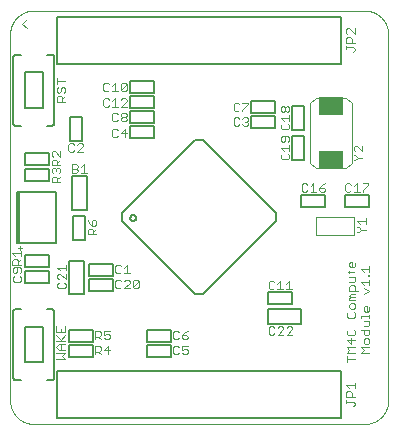
<source format=gto>
G75*
%MOIN*%
%OFA0B0*%
%FSLAX25Y25*%
%IPPOS*%
%LPD*%
%AMOC8*
5,1,8,0,0,1.08239X$1,22.5*
%
%ADD10C,0.00400*%
%ADD11C,0.00800*%
%ADD12C,0.00500*%
%ADD13C,0.00394*%
%ADD14R,0.07874X0.05906*%
%ADD15C,0.00300*%
%ADD16C,0.00200*%
D10*
X0001487Y0009174D02*
X0001487Y0131221D01*
X0005356Y0134791D02*
X0007224Y0133390D01*
X0005356Y0134791D02*
X0007224Y0136192D01*
X0009361Y0139095D02*
X0119660Y0139095D01*
X0119850Y0139093D01*
X0120040Y0139086D01*
X0120230Y0139074D01*
X0120420Y0139058D01*
X0120609Y0139038D01*
X0120798Y0139012D01*
X0120986Y0138983D01*
X0121173Y0138948D01*
X0121359Y0138909D01*
X0121544Y0138866D01*
X0121729Y0138818D01*
X0121912Y0138766D01*
X0122093Y0138710D01*
X0122273Y0138649D01*
X0122452Y0138583D01*
X0122629Y0138514D01*
X0122805Y0138440D01*
X0122978Y0138362D01*
X0123150Y0138279D01*
X0123319Y0138193D01*
X0123487Y0138103D01*
X0123652Y0138008D01*
X0123815Y0137910D01*
X0123975Y0137807D01*
X0124133Y0137701D01*
X0124288Y0137591D01*
X0124441Y0137478D01*
X0124591Y0137360D01*
X0124737Y0137239D01*
X0124881Y0137115D01*
X0125022Y0136987D01*
X0125160Y0136856D01*
X0125295Y0136721D01*
X0125426Y0136583D01*
X0125554Y0136442D01*
X0125678Y0136298D01*
X0125799Y0136152D01*
X0125917Y0136002D01*
X0126030Y0135849D01*
X0126140Y0135694D01*
X0126246Y0135536D01*
X0126349Y0135376D01*
X0126447Y0135213D01*
X0126542Y0135048D01*
X0126632Y0134880D01*
X0126718Y0134711D01*
X0126801Y0134539D01*
X0126879Y0134366D01*
X0126953Y0134190D01*
X0127022Y0134013D01*
X0127088Y0133834D01*
X0127149Y0133654D01*
X0127205Y0133473D01*
X0127257Y0133290D01*
X0127305Y0133105D01*
X0127348Y0132920D01*
X0127387Y0132734D01*
X0127422Y0132547D01*
X0127451Y0132359D01*
X0127477Y0132170D01*
X0127497Y0131981D01*
X0127513Y0131791D01*
X0127525Y0131601D01*
X0127532Y0131411D01*
X0127534Y0131221D01*
X0127534Y0009174D01*
X0127532Y0008984D01*
X0127525Y0008794D01*
X0127513Y0008604D01*
X0127497Y0008414D01*
X0127477Y0008225D01*
X0127451Y0008036D01*
X0127422Y0007848D01*
X0127387Y0007661D01*
X0127348Y0007475D01*
X0127305Y0007290D01*
X0127257Y0007105D01*
X0127205Y0006922D01*
X0127149Y0006741D01*
X0127088Y0006561D01*
X0127022Y0006382D01*
X0126953Y0006205D01*
X0126879Y0006029D01*
X0126801Y0005856D01*
X0126718Y0005684D01*
X0126632Y0005515D01*
X0126542Y0005347D01*
X0126447Y0005182D01*
X0126349Y0005019D01*
X0126246Y0004859D01*
X0126140Y0004701D01*
X0126030Y0004546D01*
X0125917Y0004393D01*
X0125799Y0004243D01*
X0125678Y0004097D01*
X0125554Y0003953D01*
X0125426Y0003812D01*
X0125295Y0003674D01*
X0125160Y0003539D01*
X0125022Y0003408D01*
X0124881Y0003280D01*
X0124737Y0003156D01*
X0124591Y0003035D01*
X0124441Y0002917D01*
X0124288Y0002804D01*
X0124133Y0002694D01*
X0123975Y0002588D01*
X0123815Y0002485D01*
X0123652Y0002387D01*
X0123487Y0002292D01*
X0123319Y0002202D01*
X0123150Y0002116D01*
X0122978Y0002033D01*
X0122805Y0001955D01*
X0122629Y0001881D01*
X0122452Y0001812D01*
X0122273Y0001746D01*
X0122093Y0001685D01*
X0121912Y0001629D01*
X0121729Y0001577D01*
X0121544Y0001529D01*
X0121359Y0001486D01*
X0121173Y0001447D01*
X0120986Y0001412D01*
X0120798Y0001383D01*
X0120609Y0001357D01*
X0120420Y0001337D01*
X0120230Y0001321D01*
X0120040Y0001309D01*
X0119850Y0001302D01*
X0119660Y0001300D01*
X0009361Y0001300D01*
X0009171Y0001302D01*
X0008981Y0001309D01*
X0008791Y0001321D01*
X0008601Y0001337D01*
X0008412Y0001357D01*
X0008223Y0001383D01*
X0008035Y0001412D01*
X0007848Y0001447D01*
X0007662Y0001486D01*
X0007477Y0001529D01*
X0007292Y0001577D01*
X0007109Y0001629D01*
X0006928Y0001685D01*
X0006748Y0001746D01*
X0006569Y0001812D01*
X0006392Y0001881D01*
X0006216Y0001955D01*
X0006043Y0002033D01*
X0005871Y0002116D01*
X0005702Y0002202D01*
X0005534Y0002292D01*
X0005369Y0002387D01*
X0005206Y0002485D01*
X0005046Y0002588D01*
X0004888Y0002694D01*
X0004733Y0002804D01*
X0004580Y0002917D01*
X0004430Y0003035D01*
X0004284Y0003156D01*
X0004140Y0003280D01*
X0003999Y0003408D01*
X0003861Y0003539D01*
X0003726Y0003674D01*
X0003595Y0003812D01*
X0003467Y0003953D01*
X0003343Y0004097D01*
X0003222Y0004243D01*
X0003104Y0004393D01*
X0002991Y0004546D01*
X0002881Y0004701D01*
X0002775Y0004859D01*
X0002672Y0005019D01*
X0002574Y0005182D01*
X0002479Y0005347D01*
X0002389Y0005515D01*
X0002303Y0005684D01*
X0002220Y0005856D01*
X0002142Y0006029D01*
X0002068Y0006205D01*
X0001999Y0006382D01*
X0001933Y0006561D01*
X0001872Y0006741D01*
X0001816Y0006922D01*
X0001764Y0007105D01*
X0001716Y0007290D01*
X0001673Y0007475D01*
X0001634Y0007661D01*
X0001599Y0007848D01*
X0001570Y0008036D01*
X0001544Y0008225D01*
X0001524Y0008414D01*
X0001508Y0008604D01*
X0001496Y0008794D01*
X0001489Y0008984D01*
X0001487Y0009174D01*
X0016942Y0023107D02*
X0019745Y0023107D01*
X0018810Y0024041D01*
X0019745Y0024975D01*
X0016942Y0024975D01*
X0017876Y0026054D02*
X0016942Y0026988D01*
X0017876Y0027922D01*
X0019745Y0027922D01*
X0019745Y0029000D02*
X0016942Y0029000D01*
X0018343Y0029467D02*
X0019745Y0030868D01*
X0019745Y0031947D02*
X0019745Y0033815D01*
X0018343Y0032881D02*
X0018343Y0031947D01*
X0016942Y0031947D02*
X0019745Y0031947D01*
X0016942Y0031947D02*
X0016942Y0033815D01*
X0016942Y0030868D02*
X0018810Y0029000D01*
X0018343Y0027922D02*
X0018343Y0026054D01*
X0017876Y0026054D02*
X0019745Y0026054D01*
X0029887Y0025434D02*
X0031288Y0025434D01*
X0031755Y0025901D01*
X0031755Y0026835D01*
X0031288Y0027302D01*
X0029887Y0027302D01*
X0029887Y0024500D01*
X0030821Y0025434D02*
X0031755Y0024500D01*
X0032834Y0025901D02*
X0034702Y0025901D01*
X0034235Y0024500D02*
X0034235Y0027302D01*
X0032834Y0025901D01*
X0033301Y0029500D02*
X0032834Y0029967D01*
X0033301Y0029500D02*
X0034235Y0029500D01*
X0034702Y0029967D01*
X0034702Y0030901D01*
X0034235Y0031368D01*
X0033768Y0031368D01*
X0032834Y0030901D01*
X0032834Y0032302D01*
X0034702Y0032302D01*
X0031755Y0031835D02*
X0031755Y0030901D01*
X0031288Y0030434D01*
X0029887Y0030434D01*
X0029887Y0029500D02*
X0029887Y0032302D01*
X0031288Y0032302D01*
X0031755Y0031835D01*
X0030821Y0030434D02*
X0031755Y0029500D01*
X0037054Y0046500D02*
X0037988Y0046500D01*
X0038455Y0046967D01*
X0039534Y0046500D02*
X0041402Y0048368D01*
X0041402Y0048835D01*
X0040935Y0049302D01*
X0040001Y0049302D01*
X0039534Y0048835D01*
X0038455Y0048835D02*
X0037988Y0049302D01*
X0037054Y0049302D01*
X0036587Y0048835D01*
X0036587Y0046967D01*
X0037054Y0046500D01*
X0039534Y0046500D02*
X0041402Y0046500D01*
X0042480Y0046967D02*
X0044348Y0048835D01*
X0044348Y0046967D01*
X0043881Y0046500D01*
X0042947Y0046500D01*
X0042480Y0046967D01*
X0042480Y0048835D01*
X0042947Y0049302D01*
X0043881Y0049302D01*
X0044348Y0048835D01*
X0041402Y0051500D02*
X0039534Y0051500D01*
X0040468Y0051500D02*
X0040468Y0054302D01*
X0039534Y0053368D01*
X0038455Y0053835D02*
X0037988Y0054302D01*
X0037054Y0054302D01*
X0036587Y0053835D01*
X0036587Y0051967D01*
X0037054Y0051500D01*
X0037988Y0051500D01*
X0038455Y0051967D01*
X0030192Y0064510D02*
X0027389Y0064510D01*
X0027389Y0065911D01*
X0027857Y0066378D01*
X0028791Y0066378D01*
X0029258Y0065911D01*
X0029258Y0064510D01*
X0029258Y0065444D02*
X0030192Y0066378D01*
X0029725Y0067457D02*
X0028791Y0067457D01*
X0028791Y0068858D01*
X0029258Y0069325D01*
X0029725Y0069325D01*
X0030192Y0068858D01*
X0030192Y0067924D01*
X0029725Y0067457D01*
X0028791Y0067457D02*
X0027857Y0068391D01*
X0027389Y0069325D01*
X0018187Y0081900D02*
X0015385Y0081900D01*
X0015385Y0083301D01*
X0015852Y0083768D01*
X0016786Y0083768D01*
X0017253Y0083301D01*
X0017253Y0081900D01*
X0017253Y0082834D02*
X0018187Y0083768D01*
X0017720Y0084847D02*
X0018187Y0085314D01*
X0018187Y0086248D01*
X0017720Y0086715D01*
X0017253Y0086715D01*
X0016786Y0086248D01*
X0016786Y0085781D01*
X0016786Y0086248D02*
X0016319Y0086715D01*
X0015852Y0086715D01*
X0015385Y0086248D01*
X0015385Y0085314D01*
X0015852Y0084847D01*
X0015385Y0087500D02*
X0015385Y0088901D01*
X0015852Y0089368D01*
X0016786Y0089368D01*
X0017253Y0088901D01*
X0017253Y0087500D01*
X0017253Y0088434D02*
X0018187Y0089368D01*
X0018187Y0090447D02*
X0016319Y0092315D01*
X0015852Y0092315D01*
X0015385Y0091848D01*
X0015385Y0090914D01*
X0015852Y0090447D01*
X0018187Y0090447D02*
X0018187Y0092315D01*
X0020942Y0092577D02*
X0020942Y0094446D01*
X0021409Y0094913D01*
X0022343Y0094913D01*
X0022810Y0094446D01*
X0023888Y0094446D02*
X0024355Y0094913D01*
X0025290Y0094913D01*
X0025757Y0094446D01*
X0025757Y0093978D01*
X0023888Y0092110D01*
X0025757Y0092110D01*
X0022810Y0092577D02*
X0022343Y0092110D01*
X0021409Y0092110D01*
X0020942Y0092577D01*
X0022192Y0087813D02*
X0023593Y0087813D01*
X0024060Y0087346D01*
X0024060Y0086878D01*
X0023593Y0086411D01*
X0022192Y0086411D01*
X0022192Y0085010D02*
X0023593Y0085010D01*
X0024060Y0085477D01*
X0024060Y0085944D01*
X0023593Y0086411D01*
X0025138Y0086878D02*
X0026073Y0087813D01*
X0026073Y0085010D01*
X0027007Y0085010D02*
X0025138Y0085010D01*
X0022192Y0085010D02*
X0022192Y0087813D01*
X0018187Y0087500D02*
X0015385Y0087500D01*
X0033054Y0107100D02*
X0033988Y0107100D01*
X0034455Y0107567D01*
X0035534Y0107100D02*
X0037402Y0107100D01*
X0036468Y0107100D02*
X0036468Y0109902D01*
X0035534Y0108968D01*
X0034455Y0109435D02*
X0033988Y0109902D01*
X0033054Y0109902D01*
X0032587Y0109435D01*
X0032587Y0107567D01*
X0033054Y0107100D01*
X0035487Y0104535D02*
X0035487Y0102667D01*
X0035954Y0102200D01*
X0036888Y0102200D01*
X0037355Y0102667D01*
X0038434Y0102667D02*
X0038434Y0103134D01*
X0038901Y0103601D01*
X0039835Y0103601D01*
X0040302Y0103134D01*
X0040302Y0102667D01*
X0039835Y0102200D01*
X0038901Y0102200D01*
X0038434Y0102667D01*
X0038901Y0103601D02*
X0038434Y0104068D01*
X0038434Y0104535D01*
X0038901Y0105002D01*
X0039835Y0105002D01*
X0040302Y0104535D01*
X0040302Y0104068D01*
X0039835Y0103601D01*
X0037355Y0104535D02*
X0036888Y0105002D01*
X0035954Y0105002D01*
X0035487Y0104535D01*
X0038480Y0107100D02*
X0040348Y0108968D01*
X0040348Y0109435D01*
X0039881Y0109902D01*
X0038947Y0109902D01*
X0038480Y0109435D01*
X0038480Y0107100D02*
X0040348Y0107100D01*
X0039881Y0112200D02*
X0038947Y0112200D01*
X0038480Y0112667D01*
X0040348Y0114535D01*
X0040348Y0112667D01*
X0039881Y0112200D01*
X0038480Y0112667D02*
X0038480Y0114535D01*
X0038947Y0115002D01*
X0039881Y0115002D01*
X0040348Y0114535D01*
X0037402Y0112200D02*
X0035534Y0112200D01*
X0036468Y0112200D02*
X0036468Y0115002D01*
X0035534Y0114068D01*
X0034455Y0114535D02*
X0033988Y0115002D01*
X0033054Y0115002D01*
X0032587Y0114535D01*
X0032587Y0112667D01*
X0033054Y0112200D01*
X0033988Y0112200D01*
X0034455Y0112667D01*
X0035954Y0099802D02*
X0035487Y0099335D01*
X0035487Y0097467D01*
X0035954Y0097000D01*
X0036888Y0097000D01*
X0037355Y0097467D01*
X0038434Y0098401D02*
X0040302Y0098401D01*
X0039835Y0097000D02*
X0039835Y0099802D01*
X0038434Y0098401D01*
X0037355Y0099335D02*
X0036888Y0099802D01*
X0035954Y0099802D01*
X0019782Y0108747D02*
X0016979Y0108747D01*
X0016979Y0110148D01*
X0017446Y0110616D01*
X0018380Y0110616D01*
X0018847Y0110148D01*
X0018847Y0108747D01*
X0018847Y0109681D02*
X0019782Y0110616D01*
X0019315Y0111694D02*
X0019782Y0112161D01*
X0019782Y0113095D01*
X0019315Y0113562D01*
X0018847Y0113562D01*
X0018380Y0113095D01*
X0018380Y0112161D01*
X0017913Y0111694D01*
X0017446Y0111694D01*
X0016979Y0112161D01*
X0016979Y0113095D01*
X0017446Y0113562D01*
X0016979Y0114640D02*
X0016979Y0116509D01*
X0016979Y0115574D02*
X0019782Y0115574D01*
X0001487Y0131221D02*
X0001489Y0131414D01*
X0001496Y0131607D01*
X0001508Y0131800D01*
X0001525Y0131993D01*
X0001546Y0132185D01*
X0001572Y0132376D01*
X0001603Y0132567D01*
X0001638Y0132757D01*
X0001678Y0132946D01*
X0001723Y0133134D01*
X0001772Y0133321D01*
X0001826Y0133507D01*
X0001884Y0133691D01*
X0001947Y0133874D01*
X0002015Y0134055D01*
X0002086Y0134234D01*
X0002163Y0134412D01*
X0002243Y0134588D01*
X0002328Y0134761D01*
X0002417Y0134933D01*
X0002510Y0135102D01*
X0002607Y0135269D01*
X0002709Y0135434D01*
X0002814Y0135596D01*
X0002923Y0135755D01*
X0003037Y0135912D01*
X0003154Y0136065D01*
X0003274Y0136216D01*
X0003399Y0136364D01*
X0003527Y0136509D01*
X0003658Y0136650D01*
X0003793Y0136789D01*
X0003932Y0136924D01*
X0004073Y0137055D01*
X0004218Y0137183D01*
X0004366Y0137308D01*
X0004517Y0137428D01*
X0004670Y0137545D01*
X0004827Y0137659D01*
X0004986Y0137768D01*
X0005148Y0137873D01*
X0005313Y0137975D01*
X0005480Y0138072D01*
X0005649Y0138165D01*
X0005821Y0138254D01*
X0005994Y0138339D01*
X0006170Y0138419D01*
X0006348Y0138496D01*
X0006527Y0138567D01*
X0006708Y0138635D01*
X0006891Y0138698D01*
X0007075Y0138756D01*
X0007261Y0138810D01*
X0007448Y0138859D01*
X0007636Y0138904D01*
X0007825Y0138944D01*
X0008015Y0138979D01*
X0008206Y0139010D01*
X0008397Y0139036D01*
X0008589Y0139057D01*
X0008782Y0139074D01*
X0008975Y0139086D01*
X0009168Y0139093D01*
X0009361Y0139095D01*
X0075987Y0107935D02*
X0075987Y0106067D01*
X0076454Y0105600D01*
X0077388Y0105600D01*
X0077855Y0106067D01*
X0078934Y0106067D02*
X0078934Y0105600D01*
X0078934Y0106067D02*
X0080802Y0107935D01*
X0080802Y0108402D01*
X0078934Y0108402D01*
X0077855Y0107935D02*
X0077388Y0108402D01*
X0076454Y0108402D01*
X0075987Y0107935D01*
X0076454Y0103502D02*
X0075987Y0103035D01*
X0075987Y0101167D01*
X0076454Y0100700D01*
X0077388Y0100700D01*
X0077855Y0101167D01*
X0078934Y0101167D02*
X0079401Y0100700D01*
X0080335Y0100700D01*
X0080802Y0101167D01*
X0080802Y0101634D01*
X0080335Y0102101D01*
X0079868Y0102101D01*
X0080335Y0102101D02*
X0080802Y0102568D01*
X0080802Y0103035D01*
X0080335Y0103502D01*
X0079401Y0103502D01*
X0078934Y0103035D01*
X0077855Y0103035D02*
X0077388Y0103502D01*
X0076454Y0103502D01*
X0091785Y0103381D02*
X0092719Y0102447D01*
X0092252Y0101368D02*
X0091785Y0100901D01*
X0091785Y0099967D01*
X0092252Y0099500D01*
X0094120Y0099500D01*
X0094587Y0099967D01*
X0094587Y0100901D01*
X0094120Y0101368D01*
X0094587Y0102447D02*
X0094587Y0104315D01*
X0094587Y0103381D02*
X0091785Y0103381D01*
X0092252Y0105393D02*
X0092719Y0105393D01*
X0093186Y0105860D01*
X0093186Y0106794D01*
X0093653Y0107261D01*
X0094120Y0107261D01*
X0094587Y0106794D01*
X0094587Y0105860D01*
X0094120Y0105393D01*
X0093653Y0105393D01*
X0093186Y0105860D01*
X0093186Y0106794D02*
X0092719Y0107261D01*
X0092252Y0107261D01*
X0091785Y0106794D01*
X0091785Y0105860D01*
X0092252Y0105393D01*
X0092252Y0097261D02*
X0091785Y0096794D01*
X0091785Y0095860D01*
X0092252Y0095393D01*
X0092719Y0095393D01*
X0093186Y0095860D01*
X0093186Y0097261D01*
X0094120Y0097261D02*
X0094587Y0096794D01*
X0094587Y0095860D01*
X0094120Y0095393D01*
X0094587Y0094315D02*
X0094587Y0092447D01*
X0094587Y0093381D02*
X0091785Y0093381D01*
X0092719Y0092447D01*
X0092252Y0091368D02*
X0091785Y0090901D01*
X0091785Y0089967D01*
X0092252Y0089500D01*
X0094120Y0089500D01*
X0094587Y0089967D01*
X0094587Y0090901D01*
X0094120Y0091368D01*
X0094120Y0097261D02*
X0092252Y0097261D01*
X0099160Y0081508D02*
X0098693Y0081041D01*
X0098693Y0079173D01*
X0099160Y0078706D01*
X0100094Y0078706D01*
X0100561Y0079173D01*
X0101639Y0078706D02*
X0103507Y0078706D01*
X0102573Y0078706D02*
X0102573Y0081508D01*
X0101639Y0080574D01*
X0100561Y0081041D02*
X0100094Y0081508D01*
X0099160Y0081508D01*
X0104586Y0080107D02*
X0104586Y0079173D01*
X0105053Y0078706D01*
X0105987Y0078706D01*
X0106454Y0079173D01*
X0106454Y0079640D01*
X0105987Y0080107D01*
X0104586Y0080107D01*
X0105520Y0081041D01*
X0106454Y0081508D01*
X0113193Y0081041D02*
X0113193Y0079173D01*
X0113660Y0078706D01*
X0114594Y0078706D01*
X0115061Y0079173D01*
X0116139Y0078706D02*
X0118007Y0078706D01*
X0117073Y0078706D02*
X0117073Y0081508D01*
X0116139Y0080574D01*
X0115061Y0081041D02*
X0114594Y0081508D01*
X0113660Y0081508D01*
X0113193Y0081041D01*
X0119086Y0081508D02*
X0120954Y0081508D01*
X0120954Y0081041D01*
X0119086Y0079173D01*
X0119086Y0078706D01*
X0120008Y0069962D02*
X0120008Y0068093D01*
X0120008Y0069027D02*
X0117206Y0069027D01*
X0118140Y0068093D01*
X0117673Y0067015D02*
X0117206Y0067015D01*
X0117673Y0067015D02*
X0118607Y0066081D01*
X0120008Y0066081D01*
X0118607Y0066081D02*
X0117673Y0065147D01*
X0117206Y0065147D01*
X0115553Y0055348D02*
X0115553Y0053480D01*
X0115086Y0053480D02*
X0114619Y0053947D01*
X0114619Y0054881D01*
X0115086Y0055348D01*
X0115553Y0055348D01*
X0116487Y0054881D02*
X0116487Y0053947D01*
X0116020Y0053480D01*
X0115086Y0053480D01*
X0114619Y0052449D02*
X0114619Y0051515D01*
X0114152Y0051982D02*
X0116020Y0051982D01*
X0116487Y0052449D01*
X0118485Y0052940D02*
X0121287Y0052940D01*
X0121287Y0052006D02*
X0121287Y0053875D01*
X0119419Y0052006D02*
X0118485Y0052940D01*
X0120820Y0051000D02*
X0120820Y0050533D01*
X0121287Y0050533D01*
X0121287Y0051000D01*
X0120820Y0051000D01*
X0121287Y0049455D02*
X0121287Y0047586D01*
X0121287Y0048521D02*
X0118485Y0048521D01*
X0119419Y0047586D01*
X0119419Y0046508D02*
X0121287Y0045574D01*
X0119419Y0044640D01*
X0117421Y0045622D02*
X0114619Y0045622D01*
X0114619Y0047023D01*
X0115086Y0047490D01*
X0116020Y0047490D01*
X0116487Y0047023D01*
X0116487Y0045622D01*
X0116487Y0044544D02*
X0115086Y0044544D01*
X0114619Y0044077D01*
X0115086Y0043610D01*
X0116487Y0043610D01*
X0116487Y0042676D02*
X0114619Y0042676D01*
X0114619Y0043143D01*
X0115086Y0043610D01*
X0115086Y0041597D02*
X0114619Y0041130D01*
X0114619Y0040196D01*
X0115086Y0039729D01*
X0116020Y0039729D01*
X0116487Y0040196D01*
X0116487Y0041130D01*
X0116020Y0041597D01*
X0115086Y0041597D01*
X0116020Y0038651D02*
X0116487Y0038184D01*
X0116487Y0037250D01*
X0116020Y0036783D01*
X0114152Y0036783D01*
X0113685Y0037250D01*
X0113685Y0038184D01*
X0114152Y0038651D01*
X0118485Y0037250D02*
X0121287Y0037250D01*
X0121287Y0036783D02*
X0121287Y0037717D01*
X0120820Y0038747D02*
X0119886Y0038747D01*
X0119419Y0039214D01*
X0119419Y0040148D01*
X0119886Y0040615D01*
X0120353Y0040615D01*
X0120353Y0038747D01*
X0120820Y0038747D02*
X0121287Y0039214D01*
X0121287Y0040148D01*
X0118485Y0037250D02*
X0118485Y0036783D01*
X0119419Y0035704D02*
X0121287Y0035704D01*
X0121287Y0034303D01*
X0120820Y0033836D01*
X0119419Y0033836D01*
X0119419Y0032758D02*
X0119419Y0031357D01*
X0119886Y0030890D01*
X0120820Y0030890D01*
X0121287Y0031357D01*
X0121287Y0032758D01*
X0118485Y0032758D01*
X0116487Y0032291D02*
X0116020Y0032758D01*
X0116487Y0032291D02*
X0116487Y0031357D01*
X0116020Y0030890D01*
X0114152Y0030890D01*
X0113685Y0031357D01*
X0113685Y0032291D01*
X0114152Y0032758D01*
X0115086Y0029811D02*
X0115086Y0027943D01*
X0113685Y0029344D01*
X0116487Y0029344D01*
X0116487Y0026865D02*
X0113685Y0026865D01*
X0114619Y0025931D01*
X0113685Y0024997D01*
X0116487Y0024997D01*
X0118485Y0024997D02*
X0119419Y0025931D01*
X0118485Y0026865D01*
X0121287Y0026865D01*
X0120820Y0027943D02*
X0121287Y0028410D01*
X0121287Y0029344D01*
X0120820Y0029811D01*
X0119886Y0029811D01*
X0119419Y0029344D01*
X0119419Y0028410D01*
X0119886Y0027943D01*
X0120820Y0027943D01*
X0121287Y0024997D02*
X0118485Y0024997D01*
X0116487Y0022984D02*
X0113685Y0022984D01*
X0113685Y0022050D02*
X0113685Y0023918D01*
X0095498Y0031100D02*
X0093630Y0031100D01*
X0095498Y0032968D01*
X0095498Y0033435D01*
X0095031Y0033902D01*
X0094097Y0033902D01*
X0093630Y0033435D01*
X0092552Y0033435D02*
X0092085Y0033902D01*
X0091151Y0033902D01*
X0090684Y0033435D01*
X0089605Y0033435D02*
X0089138Y0033902D01*
X0088204Y0033902D01*
X0087737Y0033435D01*
X0087737Y0031567D01*
X0088204Y0031100D01*
X0089138Y0031100D01*
X0089605Y0031567D01*
X0090684Y0031100D02*
X0092552Y0032968D01*
X0092552Y0033435D01*
X0092552Y0031100D02*
X0090684Y0031100D01*
X0090584Y0046250D02*
X0092452Y0046250D01*
X0091518Y0046250D02*
X0091518Y0049052D01*
X0090584Y0048118D01*
X0089505Y0048585D02*
X0089038Y0049052D01*
X0088104Y0049052D01*
X0087637Y0048585D01*
X0087637Y0046717D01*
X0088104Y0046250D01*
X0089038Y0046250D01*
X0089505Y0046717D01*
X0093530Y0046250D02*
X0095398Y0046250D01*
X0094464Y0046250D02*
X0094464Y0049052D01*
X0093530Y0048118D01*
X0114619Y0048569D02*
X0116020Y0048569D01*
X0116487Y0049036D01*
X0116487Y0050437D01*
X0114619Y0050437D01*
X0116085Y0089200D02*
X0116552Y0089200D01*
X0117486Y0090134D01*
X0118887Y0090134D01*
X0117486Y0090134D02*
X0116552Y0091068D01*
X0116085Y0091068D01*
X0116552Y0092147D02*
X0116085Y0092614D01*
X0116085Y0093548D01*
X0116552Y0094015D01*
X0117019Y0094015D01*
X0118887Y0092147D01*
X0118887Y0094015D01*
X0060702Y0032302D02*
X0059768Y0031835D01*
X0058834Y0030901D01*
X0060235Y0030901D01*
X0060702Y0030434D01*
X0060702Y0029967D01*
X0060235Y0029500D01*
X0059301Y0029500D01*
X0058834Y0029967D01*
X0058834Y0030901D01*
X0057755Y0029967D02*
X0057288Y0029500D01*
X0056354Y0029500D01*
X0055887Y0029967D01*
X0055887Y0031835D01*
X0056354Y0032302D01*
X0057288Y0032302D01*
X0057755Y0031835D01*
X0057288Y0027302D02*
X0056354Y0027302D01*
X0055887Y0026835D01*
X0055887Y0024967D01*
X0056354Y0024500D01*
X0057288Y0024500D01*
X0057755Y0024967D01*
X0058834Y0024967D02*
X0059301Y0024500D01*
X0060235Y0024500D01*
X0060702Y0024967D01*
X0060702Y0025901D01*
X0060235Y0026368D01*
X0059768Y0026368D01*
X0058834Y0025901D01*
X0058834Y0027302D01*
X0060702Y0027302D01*
X0057755Y0026835D02*
X0057288Y0027302D01*
X0019997Y0047062D02*
X0019997Y0047996D01*
X0019530Y0048464D01*
X0019997Y0049542D02*
X0018129Y0051410D01*
X0017662Y0051410D01*
X0017195Y0050943D01*
X0017195Y0050009D01*
X0017662Y0049542D01*
X0017662Y0048464D02*
X0017195Y0047996D01*
X0017195Y0047062D01*
X0017662Y0046595D01*
X0019530Y0046595D01*
X0019997Y0047062D01*
X0019997Y0049542D02*
X0019997Y0051410D01*
X0019997Y0052488D02*
X0019997Y0054357D01*
X0019997Y0053422D02*
X0017195Y0053422D01*
X0018129Y0052488D01*
X0005108Y0052119D02*
X0004641Y0051652D01*
X0005108Y0052119D02*
X0005108Y0053053D01*
X0004641Y0053520D01*
X0002772Y0053520D01*
X0002305Y0053053D01*
X0002305Y0052119D01*
X0002772Y0051652D01*
X0003239Y0051652D01*
X0003706Y0052119D01*
X0003706Y0053520D01*
X0004133Y0054294D02*
X0004133Y0055696D01*
X0003665Y0056163D01*
X0002731Y0056163D01*
X0002264Y0055696D01*
X0002264Y0054294D01*
X0005067Y0054294D01*
X0004133Y0055229D02*
X0005067Y0056163D01*
X0005067Y0057241D02*
X0005067Y0059109D01*
X0005067Y0058175D02*
X0002264Y0058175D01*
X0003198Y0057241D01*
X0002772Y0050574D02*
X0002305Y0050107D01*
X0002305Y0049173D01*
X0002772Y0048706D01*
X0004641Y0048706D01*
X0005108Y0049173D01*
X0005108Y0050107D01*
X0004641Y0050574D01*
D11*
X0006487Y0052300D02*
X0006487Y0048300D01*
X0014487Y0048300D01*
X0014487Y0052300D01*
X0006487Y0052300D01*
X0006487Y0053800D02*
X0006487Y0057800D01*
X0014487Y0057800D01*
X0014487Y0053800D01*
X0006487Y0053800D01*
X0020987Y0055800D02*
X0020987Y0044800D01*
X0025987Y0044800D01*
X0025987Y0055800D01*
X0020987Y0055800D01*
X0027737Y0054800D02*
X0027737Y0050800D01*
X0035737Y0050800D01*
X0035737Y0054800D01*
X0027737Y0054800D01*
X0027737Y0049800D02*
X0027737Y0045800D01*
X0035737Y0045800D01*
X0035737Y0049800D01*
X0027737Y0049800D01*
X0026487Y0062800D02*
X0022487Y0062800D01*
X0022487Y0070800D01*
X0026487Y0070800D01*
X0026487Y0062800D01*
X0026987Y0072550D02*
X0021987Y0072550D01*
X0021987Y0084050D01*
X0026987Y0084050D01*
X0026987Y0072550D01*
X0014487Y0082300D02*
X0014487Y0086300D01*
X0006487Y0086300D01*
X0006487Y0082300D01*
X0014487Y0082300D01*
X0014487Y0087800D02*
X0006487Y0087800D01*
X0006487Y0091800D01*
X0014487Y0091800D01*
X0014487Y0087800D01*
X0021377Y0095805D02*
X0025377Y0095805D01*
X0025377Y0103805D01*
X0021377Y0103805D01*
X0021377Y0095805D01*
X0012314Y0106694D02*
X0006408Y0106694D01*
X0006408Y0118505D01*
X0012314Y0118505D01*
X0012314Y0106694D01*
X0041377Y0106505D02*
X0041377Y0110505D01*
X0049377Y0110505D01*
X0049377Y0106505D01*
X0041377Y0106505D01*
X0041377Y0105505D02*
X0049377Y0105505D01*
X0049377Y0101505D01*
X0041377Y0101505D01*
X0041377Y0105505D01*
X0041377Y0100505D02*
X0049377Y0100505D01*
X0049377Y0096505D01*
X0041377Y0096505D01*
X0041377Y0100505D01*
X0041377Y0111505D02*
X0041377Y0115505D01*
X0049377Y0115505D01*
X0049377Y0111505D01*
X0041377Y0111505D01*
X0063174Y0095865D02*
X0065847Y0095865D01*
X0090178Y0071534D01*
X0090178Y0068861D01*
X0065847Y0044530D01*
X0063174Y0044530D01*
X0038843Y0068861D01*
X0038843Y0071534D01*
X0063174Y0095865D01*
X0081677Y0100005D02*
X0081677Y0104005D01*
X0089677Y0104005D01*
X0089677Y0100005D01*
X0081677Y0100005D01*
X0081677Y0105005D02*
X0081677Y0109005D01*
X0089677Y0109005D01*
X0089677Y0105005D01*
X0081677Y0105005D01*
X0095487Y0107300D02*
X0095487Y0099300D01*
X0099487Y0099300D01*
X0099487Y0107300D01*
X0095487Y0107300D01*
X0095487Y0097300D02*
X0099487Y0097300D01*
X0099487Y0089300D01*
X0095487Y0089300D01*
X0095487Y0097300D01*
X0098487Y0077800D02*
X0106487Y0077800D01*
X0106487Y0073800D01*
X0098487Y0073800D01*
X0098487Y0077800D01*
X0112987Y0077800D02*
X0112987Y0073800D01*
X0120987Y0073800D01*
X0120987Y0077800D01*
X0112987Y0077800D01*
X0095487Y0045300D02*
X0087487Y0045300D01*
X0087487Y0041300D01*
X0095487Y0041300D01*
X0095487Y0045300D01*
X0098487Y0039800D02*
X0098487Y0034800D01*
X0087487Y0034800D01*
X0087487Y0039800D01*
X0098487Y0039800D01*
X0054987Y0032800D02*
X0054987Y0028800D01*
X0046987Y0028800D01*
X0046987Y0032800D01*
X0054987Y0032800D01*
X0054987Y0027800D02*
X0054987Y0023800D01*
X0046987Y0023800D01*
X0046987Y0027800D01*
X0054987Y0027800D01*
X0028987Y0027800D02*
X0028987Y0023800D01*
X0020987Y0023800D01*
X0020987Y0027800D01*
X0028987Y0027800D01*
X0028987Y0028800D02*
X0028987Y0032800D01*
X0020987Y0032800D01*
X0020987Y0028800D01*
X0028987Y0028800D01*
X0012314Y0033702D02*
X0012314Y0021891D01*
X0006408Y0021891D01*
X0006408Y0033702D01*
X0012314Y0033702D01*
X0041562Y0070058D02*
X0041564Y0070120D01*
X0041570Y0070183D01*
X0041580Y0070244D01*
X0041594Y0070305D01*
X0041611Y0070365D01*
X0041632Y0070424D01*
X0041658Y0070481D01*
X0041686Y0070536D01*
X0041718Y0070590D01*
X0041754Y0070641D01*
X0041792Y0070691D01*
X0041834Y0070737D01*
X0041878Y0070781D01*
X0041926Y0070822D01*
X0041975Y0070860D01*
X0042027Y0070894D01*
X0042081Y0070925D01*
X0042137Y0070953D01*
X0042195Y0070977D01*
X0042254Y0070998D01*
X0042314Y0071014D01*
X0042375Y0071027D01*
X0042437Y0071036D01*
X0042499Y0071041D01*
X0042562Y0071042D01*
X0042624Y0071039D01*
X0042686Y0071032D01*
X0042748Y0071021D01*
X0042808Y0071006D01*
X0042868Y0070988D01*
X0042926Y0070966D01*
X0042983Y0070940D01*
X0043038Y0070910D01*
X0043091Y0070877D01*
X0043142Y0070841D01*
X0043190Y0070802D01*
X0043236Y0070759D01*
X0043279Y0070714D01*
X0043319Y0070666D01*
X0043356Y0070616D01*
X0043390Y0070563D01*
X0043421Y0070509D01*
X0043447Y0070453D01*
X0043471Y0070395D01*
X0043490Y0070335D01*
X0043506Y0070275D01*
X0043518Y0070213D01*
X0043526Y0070152D01*
X0043530Y0070089D01*
X0043530Y0070027D01*
X0043526Y0069964D01*
X0043518Y0069903D01*
X0043506Y0069841D01*
X0043490Y0069781D01*
X0043471Y0069721D01*
X0043447Y0069663D01*
X0043421Y0069607D01*
X0043390Y0069553D01*
X0043356Y0069500D01*
X0043319Y0069450D01*
X0043279Y0069402D01*
X0043236Y0069357D01*
X0043190Y0069314D01*
X0043142Y0069275D01*
X0043091Y0069239D01*
X0043038Y0069206D01*
X0042983Y0069176D01*
X0042926Y0069150D01*
X0042868Y0069128D01*
X0042808Y0069110D01*
X0042748Y0069095D01*
X0042686Y0069084D01*
X0042624Y0069077D01*
X0042562Y0069074D01*
X0042499Y0069075D01*
X0042437Y0069080D01*
X0042375Y0069089D01*
X0042314Y0069102D01*
X0042254Y0069118D01*
X0042195Y0069139D01*
X0042137Y0069163D01*
X0042081Y0069191D01*
X0042027Y0069222D01*
X0041975Y0069256D01*
X0041926Y0069294D01*
X0041878Y0069335D01*
X0041834Y0069379D01*
X0041792Y0069425D01*
X0041754Y0069475D01*
X0041718Y0069526D01*
X0041686Y0069580D01*
X0041658Y0069635D01*
X0041632Y0069692D01*
X0041611Y0069751D01*
X0041594Y0069811D01*
X0041580Y0069872D01*
X0041570Y0069933D01*
X0041564Y0069996D01*
X0041562Y0070058D01*
D12*
X0016796Y0069308D02*
X0016796Y0071080D01*
X0016625Y0078728D02*
X0003830Y0078728D01*
X0003830Y0061602D01*
X0016625Y0061602D01*
X0016625Y0078728D01*
X0004591Y0078560D02*
X0004591Y0061828D01*
X0005030Y0039607D02*
X0003456Y0039607D01*
X0003394Y0039605D01*
X0003333Y0039599D01*
X0003272Y0039590D01*
X0003211Y0039576D01*
X0003152Y0039559D01*
X0003094Y0039538D01*
X0003037Y0039513D01*
X0002982Y0039485D01*
X0002929Y0039454D01*
X0002878Y0039419D01*
X0002829Y0039381D01*
X0002782Y0039340D01*
X0002739Y0039297D01*
X0002698Y0039250D01*
X0002660Y0039201D01*
X0002625Y0039150D01*
X0002594Y0039097D01*
X0002566Y0039042D01*
X0002541Y0038985D01*
X0002520Y0038927D01*
X0002503Y0038868D01*
X0002489Y0038807D01*
X0002480Y0038746D01*
X0002474Y0038685D01*
X0002472Y0038623D01*
X0002471Y0038623D02*
X0002471Y0016969D01*
X0002472Y0016969D02*
X0002474Y0016907D01*
X0002480Y0016846D01*
X0002489Y0016785D01*
X0002503Y0016724D01*
X0002520Y0016665D01*
X0002541Y0016607D01*
X0002566Y0016550D01*
X0002594Y0016495D01*
X0002625Y0016442D01*
X0002660Y0016391D01*
X0002698Y0016342D01*
X0002739Y0016295D01*
X0002782Y0016252D01*
X0002829Y0016211D01*
X0002878Y0016173D01*
X0002929Y0016138D01*
X0002982Y0016107D01*
X0003037Y0016079D01*
X0003094Y0016054D01*
X0003152Y0016033D01*
X0003211Y0016016D01*
X0003272Y0016002D01*
X0003333Y0015993D01*
X0003394Y0015987D01*
X0003456Y0015985D01*
X0005030Y0015985D01*
X0013692Y0015985D02*
X0015267Y0015985D01*
X0015329Y0015987D01*
X0015390Y0015993D01*
X0015451Y0016002D01*
X0015512Y0016016D01*
X0015571Y0016033D01*
X0015629Y0016054D01*
X0015686Y0016079D01*
X0015741Y0016107D01*
X0015794Y0016138D01*
X0015845Y0016173D01*
X0015894Y0016211D01*
X0015941Y0016252D01*
X0015984Y0016295D01*
X0016025Y0016342D01*
X0016063Y0016391D01*
X0016098Y0016442D01*
X0016129Y0016495D01*
X0016157Y0016550D01*
X0016182Y0016607D01*
X0016203Y0016665D01*
X0016220Y0016724D01*
X0016234Y0016785D01*
X0016243Y0016846D01*
X0016249Y0016907D01*
X0016251Y0016969D01*
X0016251Y0038623D01*
X0016249Y0038685D01*
X0016243Y0038746D01*
X0016234Y0038807D01*
X0016220Y0038868D01*
X0016203Y0038927D01*
X0016182Y0038985D01*
X0016157Y0039042D01*
X0016129Y0039097D01*
X0016098Y0039150D01*
X0016063Y0039201D01*
X0016025Y0039250D01*
X0015984Y0039297D01*
X0015941Y0039340D01*
X0015894Y0039381D01*
X0015845Y0039419D01*
X0015794Y0039454D01*
X0015741Y0039485D01*
X0015686Y0039513D01*
X0015629Y0039538D01*
X0015571Y0039559D01*
X0015512Y0039576D01*
X0015451Y0039590D01*
X0015390Y0039599D01*
X0015329Y0039605D01*
X0015267Y0039607D01*
X0013692Y0039607D01*
X0017267Y0019017D02*
X0017267Y0003269D01*
X0111755Y0003269D01*
X0111755Y0019017D01*
X0017267Y0019017D01*
X0015267Y0100788D02*
X0013692Y0100788D01*
X0015267Y0100788D02*
X0015329Y0100790D01*
X0015390Y0100796D01*
X0015451Y0100805D01*
X0015512Y0100819D01*
X0015571Y0100836D01*
X0015629Y0100857D01*
X0015686Y0100882D01*
X0015741Y0100910D01*
X0015794Y0100941D01*
X0015845Y0100976D01*
X0015894Y0101014D01*
X0015941Y0101055D01*
X0015984Y0101098D01*
X0016025Y0101145D01*
X0016063Y0101194D01*
X0016098Y0101245D01*
X0016129Y0101298D01*
X0016157Y0101353D01*
X0016182Y0101410D01*
X0016203Y0101468D01*
X0016220Y0101527D01*
X0016234Y0101588D01*
X0016243Y0101649D01*
X0016249Y0101710D01*
X0016251Y0101772D01*
X0016251Y0123426D01*
X0016249Y0123488D01*
X0016243Y0123549D01*
X0016234Y0123610D01*
X0016220Y0123671D01*
X0016203Y0123730D01*
X0016182Y0123788D01*
X0016157Y0123845D01*
X0016129Y0123900D01*
X0016098Y0123953D01*
X0016063Y0124004D01*
X0016025Y0124053D01*
X0015984Y0124100D01*
X0015941Y0124143D01*
X0015894Y0124184D01*
X0015845Y0124222D01*
X0015794Y0124257D01*
X0015741Y0124288D01*
X0015686Y0124316D01*
X0015629Y0124341D01*
X0015571Y0124362D01*
X0015512Y0124379D01*
X0015451Y0124393D01*
X0015390Y0124402D01*
X0015329Y0124408D01*
X0015267Y0124410D01*
X0013692Y0124410D01*
X0017267Y0121379D02*
X0017267Y0137127D01*
X0111755Y0137127D01*
X0111755Y0121379D01*
X0017267Y0121379D01*
X0005030Y0124410D02*
X0003456Y0124410D01*
X0003394Y0124408D01*
X0003333Y0124402D01*
X0003272Y0124393D01*
X0003211Y0124379D01*
X0003152Y0124362D01*
X0003094Y0124341D01*
X0003037Y0124316D01*
X0002982Y0124288D01*
X0002929Y0124257D01*
X0002878Y0124222D01*
X0002829Y0124184D01*
X0002782Y0124143D01*
X0002739Y0124100D01*
X0002698Y0124053D01*
X0002660Y0124004D01*
X0002625Y0123953D01*
X0002594Y0123900D01*
X0002566Y0123845D01*
X0002541Y0123788D01*
X0002520Y0123730D01*
X0002503Y0123671D01*
X0002489Y0123610D01*
X0002480Y0123549D01*
X0002474Y0123488D01*
X0002472Y0123426D01*
X0002471Y0123426D02*
X0002471Y0101772D01*
X0002472Y0101772D02*
X0002474Y0101710D01*
X0002480Y0101649D01*
X0002489Y0101588D01*
X0002503Y0101527D01*
X0002520Y0101468D01*
X0002541Y0101410D01*
X0002566Y0101353D01*
X0002594Y0101298D01*
X0002625Y0101245D01*
X0002660Y0101194D01*
X0002698Y0101145D01*
X0002739Y0101098D01*
X0002782Y0101055D01*
X0002829Y0101014D01*
X0002878Y0100976D01*
X0002929Y0100941D01*
X0002982Y0100910D01*
X0003037Y0100882D01*
X0003094Y0100857D01*
X0003152Y0100836D01*
X0003211Y0100819D01*
X0003272Y0100805D01*
X0003333Y0100796D01*
X0003394Y0100790D01*
X0003456Y0100788D01*
X0005030Y0100788D01*
D13*
X0101597Y0108143D02*
X0101597Y0088457D01*
X0103566Y0086489D01*
X0113408Y0086489D01*
X0115377Y0088457D01*
X0115377Y0108143D01*
X0113408Y0110111D01*
X0103566Y0110111D01*
X0101597Y0108143D01*
X0103438Y0070253D02*
X0103438Y0064347D01*
X0116036Y0064347D01*
X0116036Y0070253D01*
X0103438Y0070253D01*
D14*
X0108487Y0089442D03*
X0108487Y0107158D03*
D15*
X0115838Y0125403D02*
X0116321Y0125886D01*
X0116321Y0126370D01*
X0115838Y0126854D01*
X0113419Y0126854D01*
X0113419Y0126370D02*
X0113419Y0127338D01*
X0113419Y0128349D02*
X0113419Y0129801D01*
X0113903Y0130284D01*
X0114870Y0130284D01*
X0115354Y0129801D01*
X0115354Y0128349D01*
X0116321Y0128349D02*
X0113419Y0128349D01*
X0113903Y0131296D02*
X0113419Y0131780D01*
X0113419Y0132747D01*
X0113903Y0133231D01*
X0114386Y0133231D01*
X0116321Y0131296D01*
X0116321Y0133231D01*
X0116321Y0015121D02*
X0116321Y0013186D01*
X0116321Y0014153D02*
X0113419Y0014153D01*
X0114386Y0013186D01*
X0113903Y0012174D02*
X0114870Y0012174D01*
X0115354Y0011690D01*
X0115354Y0010239D01*
X0116321Y0010239D02*
X0113419Y0010239D01*
X0113419Y0011690D01*
X0113903Y0012174D01*
X0113419Y0009227D02*
X0113419Y0008260D01*
X0113419Y0008744D02*
X0115838Y0008744D01*
X0116321Y0008260D01*
X0116321Y0007776D01*
X0115838Y0007293D01*
D16*
X0005525Y0059906D02*
X0004057Y0059906D01*
X0004791Y0059173D02*
X0004791Y0060640D01*
M02*

</source>
